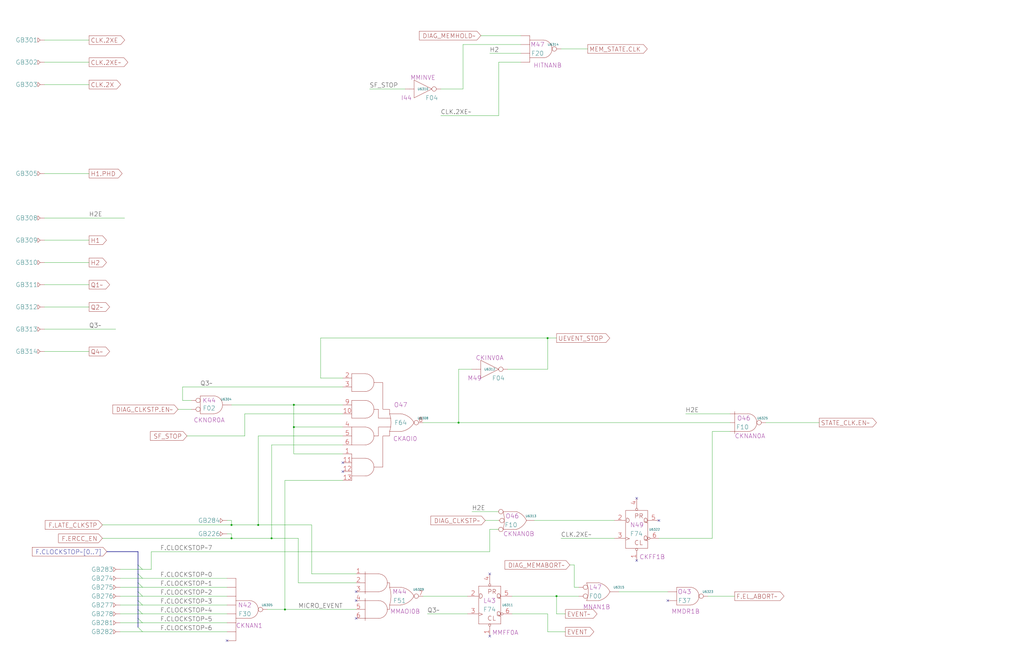
<source format=kicad_sch>
(kicad_sch (version 20230121) (generator eeschema)
  (paper "User" 584.2 378.46)
  (title_block (title "CLOCK GENERATION") (date "20-MAR-90") (rev "1.0") (comment 1 "FIU") (comment 2 "232-003065") (comment 3 "S400") (comment 4 "RELEASED"))
  (lib_symbols
    (symbol "r1000:F00" (pin_numbers hide) (pin_names hide)
      (property "Reference" "U" (at 15.24 0 0))
      (property "Value" "F00" (at 1.905 -5.08 0))
      (property "Location" "___" (at 1.905 0 0))
      (property "Name" "______" (at 2.54 -12.7 0))
      (symbol "F00_0_1"
        (polyline (pts (xy -2.54 -7.62) (xy 5.08 -7.62)) (stroke (width 0.1524)))
        (polyline (pts (xy -2.54 2.54) (xy -2.54 -7.62)) (stroke (width 0.1524)))
        (polyline (pts (xy -2.54 2.54) (xy 5.08 2.54)) (stroke (width 0.1524)))
        (arc (start 5.08 -7.62) (mid 10.1282 -2.54) (end 5.08 2.54) (stroke (width 0.1524)))
        (circle (center 11.43 -2.54) (radius 1.27) (stroke (width 0.1524)))
      )
      (symbol "F00_0_2"
        (circle (center -3.81 -5.08) (radius 1.27) (stroke (width 0.1524)))
        (circle (center -3.81 0) (radius 1.27) (stroke (width 0.1524)))
        (arc (start -3.175 -7.62) (mid -2.134 -2.54) (end -3.175 2.54) (stroke (width 0.1524)))
        (polyline (pts (xy -3.175 -7.62) (xy 3.81 -7.62)) (stroke (width 0.1524)))
        (polyline (pts (xy -3.175 2.54) (xy 3.81 2.54)) (stroke (width 0.1524)))
        (arc (start 3.81 -7.62) (mid 7.5855 -5.8306) (end 10.16 -2.54) (stroke (width 0.1524)))
        (arc (start 10.16 -2.54) (mid 7.5827 0.7471) (end 3.81 2.54) (stroke (width 0.1524)))
      )
      (symbol "F00_1_1"
        (pin input line (at -7.62 0 0) (length 5.08) (name "D0") (number "1"))
        (pin input line (at -7.62 -5.08 0) (length 5.08) (name "D1") (number "2"))
        (pin output line (at 15.24 -2.54 180) (length 2.54) (name "Q") (number "3"))
      )
      (symbol "F00_1_2"
        (pin input line (at -7.62 0 0) (length 2.54) (name "D0") (number "1"))
        (pin input line (at -7.62 -5.08 0) (length 2.54) (name "D1") (number "2"))
        (pin output line (at 15.24 -2.54 180) (length 5.08) (name "Q") (number "3"))
      )
    )
    (symbol "r1000:F02" (pin_numbers hide) (pin_names hide)
      (property "Reference" "U" (at 12.16 0.635 0))
      (property "Value" "F02" (at -1.27 -4.445 0))
      (property "Location" "___" (at 2.54 0 0))
      (property "Name" "______" (at 2.54 -12.7 0))
      (symbol "F02_0_1"
        (arc (start -3.81 -7.62) (mid -2.9847 -2.54) (end -3.81 2.54) (stroke (width 0.1524)))
        (polyline (pts (xy -5.08 -5.08) (xy -3.175 -5.08)) (stroke (width 0.1524)))
        (polyline (pts (xy -5.08 0) (xy -3.175 0)) (stroke (width 0.1524)))
        (polyline (pts (xy -3.81 -7.62) (xy 2.54 -7.62)) (stroke (width 0.1524)))
        (polyline (pts (xy -3.81 2.54) (xy 2.54 2.54)) (stroke (width 0.1524)))
        (polyline (pts (xy 13.97 -2.54) (xy 12.7 -2.54)) (stroke (width 0.1524)))
        (arc (start 2.54 -7.62) (mid 6.9515 -5.9823) (end 10.16 -2.54) (stroke (width 0.1524)))
        (arc (start 10.16 -2.54) (mid 6.9478 0.8966) (end 2.54 2.54) (stroke (width 0.1524)))
        (circle (center 11.43 -2.54) (radius 1.27) (stroke (width 0.1524)))
      )
      (symbol "F02_0_2"
        (circle (center -3.81 -5.08) (radius 1.27) (stroke (width 0.1524)))
        (circle (center -3.81 0) (radius 1.27) (stroke (width 0.1524)))
        (polyline (pts (xy -2.54 -7.62) (xy 5.08 -7.62)) (stroke (width 0.1524)))
        (polyline (pts (xy -2.54 2.54) (xy -2.54 -7.62)) (stroke (width 0.1524)))
        (polyline (pts (xy -2.54 2.54) (xy 5.08 2.54)) (stroke (width 0.1524)))
        (polyline (pts (xy 11.43 -2.54) (xy 10.16 -2.54)) (stroke (width 0.1524)))
        (polyline (pts (xy 11.43 -2.54) (xy 12.7 -2.54)) (stroke (width 0.1524)))
        (arc (start 5.08 -7.62) (mid 10.1282 -2.54) (end 5.08 2.54) (stroke (width 0.1524)))
      )
      (symbol "F02_1_1"
        (pin input line (at -7.62 0 0) (length 2.54) (name "D0") (number "1"))
        (pin input line (at -7.62 -5.08 0) (length 2.54) (name "D1") (number "2"))
        (pin output line (at 15.24 -2.54 180) (length 1.27) (name "Q") (number "3"))
      )
      (symbol "F02_1_2"
        (pin input line (at -7.62 0 0) (length 2.54) (name "D0") (number "1"))
        (pin input line (at -7.62 -5.08 0) (length 2.54) (name "D1") (number "2"))
        (pin output line (at 15.24 -2.54 180) (length 2.54) (name "Q") (number "3"))
      )
    )
    (symbol "r1000:F04" (pin_numbers hide) (pin_names hide)
      (property "Reference" "U" (at 0 0 0))
      (property "Value" "F04" (at 1.27 -5.08 0))
      (property "Location" "___" (at -12.7 -5.08 0))
      (property "Name" "______" (at 0 5.08 0))
      (symbol "F04_0_1"
        (polyline (pts (xy -7.62 0) (xy -5.08 0)) (stroke (width 0.1524)))
        (polyline (pts (xy -5.08 5.08) (xy -5.08 -5.08)) (stroke (width 0.1524)))
        (polyline (pts (xy 5.08 0) (xy -5.08 -5.08)) (stroke (width 0.1524)))
        (polyline (pts (xy 5.08 0) (xy -5.08 5.08)) (stroke (width 0.1524)))
        (circle (center 6.35 0) (radius 1.27) (stroke (width 0.1524)))
      )
      (symbol "F04_1_1"
        (pin input line (at -10.16 0 0) (length 2.54) (name "D0") (number "1"))
        (pin output line (at 10.16 0 180) (length 2.54) (name "Q") (number "2"))
      )
    )
    (symbol "r1000:F10" (pin_numbers hide) (pin_names hide)
      (property "Reference" "U" (at 13.335 0 0))
      (property "Value" "F10" (at 5.715 -5.08 0))
      (property "Location" "___" (at -1.27 0 0))
      (property "Name" "______" (at -2.54 -10.16 0))
      (symbol "F10_0_1"
        (polyline (pts (xy -2.54 -7.62) (xy 5.08 -7.62)) (stroke (width 0.1524)))
        (polyline (pts (xy -2.54 2.54) (xy 5.08 2.54)) (stroke (width 0.1524)))
        (polyline (pts (xy -2.54 3.81) (xy -2.54 -8.89)) (stroke (width 0.1524)))
        (arc (start 5.08 -7.62) (mid 10.1282 -2.54) (end 5.08 2.54) (stroke (width 0.1524)))
        (circle (center 11.43 -2.54) (radius 1.27) (stroke (width 0.1524)))
      )
      (symbol "F10_0_2"
        (circle (center -3.81 -7.62) (radius 1.27) (stroke (width 0.1524)))
        (circle (center -3.81 2.54) (radius 1.27) (stroke (width 0.1524)))
        (circle (center -3.175 -2.54) (radius 1.27) (stroke (width 0.1524)))
        (arc (start -2.54 -7.62) (mid -1.8195 -2.54) (end -2.54 2.54) (stroke (width 0.1524)))
        (polyline (pts (xy -4.445 -2.54) (xy -5.08 -2.54)) (stroke (width 0.1524)))
        (polyline (pts (xy -2.54 -7.62) (xy 5.08 -7.62)) (stroke (width 0.1524)))
        (polyline (pts (xy -2.54 2.54) (xy 5.08 2.54)) (stroke (width 0.1524)))
        (polyline (pts (xy 10.795 -2.54) (xy 12.7 -2.54)) (stroke (width 0.1524)))
        (arc (start 5.08 -7.62) (mid 8.4845 -5.6954) (end 10.795 -2.54) (stroke (width 0.1524)))
        (arc (start 10.795 -2.54) (mid 8.4807 0.6111) (end 5.08 2.54) (stroke (width 0.1524)))
      )
      (symbol "F10_1_1"
        (pin input line (at -5.08 2.54 0) (length 2.54) (name "D0") (number "1"))
        (pin input line (at -5.08 -2.54 0) (length 2.54) (name "D1") (number "2"))
        (pin input line (at -5.08 -7.62 0) (length 2.54) (name "D2") (number "3"))
        (pin output line (at 15.24 -2.54 180) (length 2.54) (name "Q") (number "4"))
      )
      (symbol "F10_1_2"
        (pin input line (at -5.08 2.54 0) (length 0) (name "D0") (number "1"))
        (pin input line (at -5.08 -2.54 0) (length 0) (name "D1") (number "2"))
        (pin input line (at -5.08 -7.62 0) (length 0) (name "D2") (number "3"))
        (pin output line (at 15.24 -2.54 180) (length 2.54) (name "Q") (number "4"))
      )
    )
    (symbol "r1000:F20" (pin_numbers hide) (pin_names hide)
      (property "Reference" "U" (at 8.255 2.54 0))
      (property "Value" "F20" (at -0.635 -2.54 0))
      (property "Location" "___" (at -0.635 2.54 0))
      (property "Name" "______" (at 5.08 -10.795 0))
      (symbol "F20_0_1"
        (polyline (pts (xy -5.08 -5.08) (xy -5.08 -7.62)) (stroke (width 0.1524)))
        (polyline (pts (xy -5.08 5.08) (xy -5.08 -5.08)) (stroke (width 0.1524)))
        (polyline (pts (xy -5.08 7.62) (xy -5.08 5.08)) (stroke (width 0.1524)))
        (polyline (pts (xy 2.54 -5.08) (xy -5.08 -5.08)) (stroke (width 0.1524)))
        (polyline (pts (xy 2.54 5.08) (xy -5.08 5.08)) (stroke (width 0.1524)))
        (arc (start 2.54 -5.08) (mid 7.5882 0) (end 2.54 5.08) (stroke (width 0.1524)))
        (circle (center 8.89 0) (radius 1.27) (stroke (width 0.1524)))
      )
      (symbol "F20_0_2"
        (circle (center -7.62 -7.62) (radius 1.27) (stroke (width 0.1524)))
        (circle (center -7.62 7.62) (radius 1.27) (stroke (width 0.1524)))
        (circle (center -6.985 -2.54) (radius 1.27) (stroke (width 0.1524)))
        (circle (center -6.985 2.54) (radius 1.27) (stroke (width 0.1524)))
        (arc (start -6.35 -7.62) (mid -5.3975 0) (end -6.35 7.62) (stroke (width 0.1524)))
        (polyline (pts (xy -5.715 -5.08) (xy 1.27 -5.08)) (stroke (width 0.1524)))
        (polyline (pts (xy -5.715 5.08) (xy 1.27 5.08)) (stroke (width 0.1524)))
        (arc (start 1.27 -5.08) (mid 5.0518 -3.2985) (end 7.62 0) (stroke (width 0.1524)))
        (arc (start 7.62 0) (mid 5.0518 3.2985) (end 1.27 5.08) (stroke (width 0.1524)))
      )
      (symbol "F20_1_1"
        (pin input line (at -10.16 7.62 0) (length 5.08) (name "D0") (number "1"))
        (pin input line (at -10.16 2.54 0) (length 5.08) (name "D1") (number "2"))
        (pin input line (at -10.16 -2.54 0) (length 5.08) (name "D2") (number "4"))
        (pin input line (at -10.16 -7.62 0) (length 5.08) (name "D3") (number "5"))
        (pin output line (at 12.7 0 180) (length 2.54) (name "Q") (number "6"))
      )
      (symbol "F20_1_2"
        (pin input line (at -10.16 7.62 0) (length 1.27) (name "D0") (number "1"))
        (pin input line (at -10.16 2.54 0) (length 1.905) (name "D1") (number "2"))
        (pin input line (at -10.16 -2.54 0) (length 1.905) (name "D2") (number "4"))
        (pin input line (at -10.16 -7.62 0) (length 1.27) (name "D3") (number "5"))
        (pin output line (at 12.7 0 180) (length 5.08) (name "Q") (number "6"))
      )
    )
    (symbol "r1000:F30" (pin_numbers hide) (pin_names hide)
      (property "Reference" "U" (at 15.24 2.54 0))
      (property "Value" "F30" (at 2.54 -2.54 0))
      (property "Location" "___" (at 2.54 2.54 0))
      (property "Name" "______" (at 5.08 -10.62 0))
      (symbol "F30_0_0"
        (polyline (pts (xy -2.54 -5.08) (xy 5.08 -5.08)) (stroke (width 0.1524)))
        (polyline (pts (xy -2.54 5.08) (xy 5.08 5.08)) (stroke (width 0.1524)))
        (arc (start 5.08 -5.08) (mid 8.6721 -3.5921) (end 10.16 0) (stroke (width 0.1524)))
        (arc (start 10.16 0) (mid 8.6721 3.5921) (end 5.08 5.08) (stroke (width 0.1524)))
        (circle (center 11.43 0) (radius 1.27) (stroke (width 0.1524)))
      )
      (symbol "F30_0_1"
        (polyline (pts (xy -2.54 -7.62) (xy -2.54 -17.78)) (stroke (width 0.1524)))
        (polyline (pts (xy -2.54 -5.08) (xy -2.54 -7.62)) (stroke (width 0.1524)))
        (polyline (pts (xy -2.54 5.08) (xy -2.54 -5.08)) (stroke (width 0.1524)))
        (polyline (pts (xy -2.54 7.62) (xy -2.54 5.08)) (stroke (width 0.1524)))
        (polyline (pts (xy -2.54 17.145) (xy -2.54 7.62)) (stroke (width 0.1524)))
        (polyline (pts (xy -2.54 17.78) (xy -2.54 17.145)) (stroke (width 0.1524)))
      )
      (symbol "F30_1_1"
        (pin input line (at -7.62 7.62 0) (length 5.08) (name "D2") (number "1"))
        (pin input line (at -7.62 17.78 0) (length 5.08) (name "D0") (number "11"))
        (pin input line (at -7.62 12.7 0) (length 5.08) (name "D1") (number "12"))
        (pin input line (at -7.62 2.54 0) (length 5.08) (name "D3") (number "2"))
        (pin input line (at -7.62 -2.54 0) (length 5.08) (name "D4") (number "3"))
        (pin input line (at -7.62 -7.62 0) (length 5.08) (name "D5") (number "4"))
        (pin input line (at -7.62 -12.7 0) (length 5.08) (name "D6") (number "5"))
        (pin input line (at -7.62 -17.78 0) (length 5.08) (name "D7") (number "6"))
        (pin output line (at 15.24 0 180) (length 2.54) (name "Q") (number "8"))
      )
    )
    (symbol "r1000:F37" (pin_numbers hide) (pin_names (offset 0) hide)
      (property "Reference" "U" (at 15.24 0 0))
      (property "Value" "F37" (at 1.905 -5.08 0))
      (property "Location" "___" (at 1.905 0 0))
      (property "Name" "______" (at 2.54 -12.7 0))
      (symbol "F37_0_1"
        (polyline (pts (xy -2.54 -7.62) (xy 5.08 -7.62)) (stroke (width 0.1524)))
        (polyline (pts (xy -2.54 2.54) (xy -2.54 -7.62)) (stroke (width 0.1524)))
        (polyline (pts (xy -2.54 2.54) (xy 5.08 2.54)) (stroke (width 0.1524)))
        (arc (start 5.08 -7.62) (mid 10.1282 -2.54) (end 5.08 2.54) (stroke (width 0.1524)))
        (circle (center 11.43 -2.54) (radius 1.27) (stroke (width 0.1524)))
      )
      (symbol "F37_0_2"
        (circle (center -3.81 -5.08) (radius 1.27) (stroke (width 0.1524)))
        (circle (center -3.81 0) (radius 1.27) (stroke (width 0.1524)))
        (arc (start -3.175 -7.62) (mid -2.134 -2.54) (end -3.175 2.54) (stroke (width 0.1524)))
        (polyline (pts (xy -3.175 -7.62) (xy 3.81 -7.62)) (stroke (width 0.1524)))
        (polyline (pts (xy -3.175 2.54) (xy 3.81 2.54)) (stroke (width 0.1524)))
        (arc (start 3.81 -7.62) (mid 7.5855 -5.8306) (end 10.16 -2.54) (stroke (width 0.1524)))
        (arc (start 10.16 -2.54) (mid 7.5827 0.7471) (end 3.81 2.54) (stroke (width 0.1524)))
      )
      (symbol "F37_1_1"
        (pin input line (at -7.62 0 0) (length 5.08) (name "D0") (number "1"))
        (pin input line (at -7.62 -5.08 0) (length 5.08) (name "D1") (number "2"))
        (pin output line (at 15.24 -2.54 180) (length 2.54) (name "Q") (number "3"))
      )
      (symbol "F37_1_2"
        (pin input line (at -7.62 0 0) (length 2.54) (name "D0") (number "1"))
        (pin input line (at -7.62 -5.08 0) (length 2.54) (name "D1") (number "2"))
        (pin output line (at 15.24 -2.54 180) (length 5.08) (name "Q") (number "3"))
      )
    )
    (symbol "r1000:F51" (pin_names hide)
      (property "Reference" "U" (at 12.7 1.27 0))
      (property "Value" "F51" (at 1.905 -5.08 0))
      (property "Location" "___" (at 1.905 0 0))
      (property "Name" "______" (at 5.08 -12.7 0))
      (symbol "F51_0_0"
        (arc (start -10.16 -15.24) (mid -6.5679 -13.7521) (end -5.08 -10.16) (stroke (width 0.1524)))
        (arc (start -10.16 0) (mid -6.5679 1.4879) (end -5.08 5.08) (stroke (width 0.1524)))
        (arc (start -5.08 -10.16) (mid -6.5679 -6.5679) (end -10.16 -5.08) (stroke (width 0.1524)))
        (arc (start -5.08 5.08) (mid -6.5679 8.6721) (end -10.16 10.16) (stroke (width 0.1524)))
        (arc (start -3.8173 -7.62) (mid -2.9926 -2.54) (end -3.8173 2.54) (stroke (width 0.1524)))
        (polyline (pts (xy -20.32 -15.24) (xy -17.78 -15.24)) (stroke (width 0.1524)))
        (polyline (pts (xy -20.32 -10.16) (xy -17.78 -10.16)) (stroke (width 0.1524)))
        (polyline (pts (xy -20.32 -5.08) (xy -17.78 -5.08)) (stroke (width 0.1524)))
        (polyline (pts (xy -20.32 0) (xy -17.78 0)) (stroke (width 0.1524)))
        (polyline (pts (xy -20.32 5.08) (xy -17.78 5.08)) (stroke (width 0.1524)))
        (polyline (pts (xy -20.32 10.16) (xy -17.78 10.16)) (stroke (width 0.1524)))
        (polyline (pts (xy -17.78 -3.81) (xy -17.78 -16.51)) (stroke (width 0.1524)))
        (polyline (pts (xy -17.78 11.43) (xy -17.78 -1.27)) (stroke (width 0.1524)))
        (polyline (pts (xy -10.16 -15.24) (xy -17.78 -15.24)) (stroke (width 0.1524)))
        (polyline (pts (xy -10.16 -5.08) (xy -17.78 -5.08)) (stroke (width 0.1524)))
        (polyline (pts (xy -10.16 0) (xy -17.78 0)) (stroke (width 0.1524)))
        (polyline (pts (xy -10.16 10.16) (xy -17.78 10.16)) (stroke (width 0.1524)))
        (polyline (pts (xy -3.81 -7.62) (xy 2.54 -7.62)) (stroke (width 0.1524)))
        (polyline (pts (xy -3.81 2.54) (xy 2.54 2.54)) (stroke (width 0.1524)))
        (polyline (pts (xy -5.08 -10.16) (xy -3.81 -10.16) (xy -3.81 -7.62)) (stroke (width 0.1524)))
        (polyline (pts (xy -5.08 5.08) (xy -3.81 5.08) (xy -3.81 2.54)) (stroke (width 0.1524)))
        (arc (start 2.54 -7.62) (mid 6.9504 -5.9805) (end 10.16 -2.54) (stroke (width 0.1524)))
        (arc (start 10.16 -2.54) (mid 6.9516 0.9024) (end 2.54 2.54) (stroke (width 0.1524)))
        (circle (center 11.43 -2.54) (radius 1.27) (stroke (width 0.1524)))
      )
      (symbol "F51_1_1"
        (pin input line (at -22.86 10.16 0) (length 2.54) (name "A1") (number "1"))
        (pin input line (at -22.86 5.08 0) (length 2.54) (name "A2") (number "2"))
        (pin input line (at -22.86 0 0) (length 2.54) (name "A3") (number "3"))
        (pin input line (at -22.86 -5.08 0) (length 2.54) (name "B1") (number "4"))
        (pin input line (at -22.86 -10.16 0) (length 2.54) (name "B2") (number "5"))
        (pin input line (at -22.86 -15.24 0) (length 2.54) (name "B3") (number "6"))
        (pin output line (at 15.24 -2.54 180) (length 2.54) (name "Q") (number "7"))
      )
    )
    (symbol "r1000:F64" (pin_names hide)
      (property "Reference" "U" (at 15.24 2.54 0))
      (property "Value" "F64" (at 2.54 0 0))
      (property "Location" "___" (at 2.54 10.16 0))
      (property "Name" "______" (at 5.08 -10.62 0))
      (symbol "F64_0_0"
        (arc (start -17.78 -30.48) (mid -14.1879 -28.9921) (end -12.7 -25.4) (stroke (width 0.1524)))
        (arc (start -17.78 -12.7) (mid -14.1879 -11.2121) (end -12.7 -7.62) (stroke (width 0.1524)))
        (arc (start -17.78 2.54) (mid -14.1879 4.0279) (end -12.7 7.62) (stroke (width 0.1524)))
        (arc (start -17.78 17.78) (mid -14.1879 19.2679) (end -12.7 22.86) (stroke (width 0.1524)))
        (arc (start -12.7 -25.4) (mid -14.1879 -21.8079) (end -17.78 -20.32) (stroke (width 0.1524)))
        (arc (start -12.7 -7.62) (mid -14.1879 -4.0279) (end -17.78 -2.54) (stroke (width 0.1524)))
        (arc (start -12.7 7.62) (mid -14.1879 11.2121) (end -17.78 12.7) (stroke (width 0.1524)))
        (arc (start -12.7 22.86) (mid -14.1879 26.4521) (end -17.78 27.94) (stroke (width 0.1524)))
        (arc (start -3.8173 -5.08) (mid -2.9926 0) (end -3.8173 5.08) (stroke (width 0.1524)))
        (polyline (pts (xy -25.4 -30.48) (xy -17.78 -30.48)) (stroke (width 0.1524)))
        (polyline (pts (xy -25.4 -20.32) (xy -17.78 -20.32)) (stroke (width 0.1524)))
        (polyline (pts (xy -25.4 -12.7) (xy -17.78 -12.7)) (stroke (width 0.1524)))
        (polyline (pts (xy -25.4 -2.54) (xy -17.78 -2.54)) (stroke (width 0.1524)))
        (polyline (pts (xy -25.4 2.54) (xy -17.78 2.54)) (stroke (width 0.1524)))
        (polyline (pts (xy -25.4 12.7) (xy -17.78 12.7)) (stroke (width 0.1524)))
        (polyline (pts (xy -25.4 17.78) (xy -17.78 17.78)) (stroke (width 0.1524)))
        (polyline (pts (xy -25.4 27.94) (xy -17.78 27.94)) (stroke (width 0.1524)))
        (polyline (pts (xy -3.81 -5.08) (xy 2.54 -5.08)) (stroke (width 0.1524)))
        (polyline (pts (xy -3.81 5.08) (xy 2.54 5.08)) (stroke (width 0.1524)))
        (arc (start 2.54 -5.08) (mid 6.9504 -3.4405) (end 10.16 0) (stroke (width 0.1524)))
        (arc (start 10.16 0) (mid 6.9516 3.4424) (end 2.54 5.08) (stroke (width 0.1524)))
        (circle (center 11.43 0) (radius 1.27) (stroke (width 0.1524)))
      )
      (symbol "F64_0_1"
        (polyline (pts (xy -25.4 -33.02) (xy -25.4 -30.48)) (stroke (width 0.1524)))
        (polyline (pts (xy -25.4 -20.32) (xy -25.4 -30.48)) (stroke (width 0.1524)))
        (polyline (pts (xy -25.4 -17.78) (xy -25.4 -20.32)) (stroke (width 0.1524)))
        (polyline (pts (xy -25.4 -2.54) (xy -25.4 -12.7)) (stroke (width 0.1524)))
        (polyline (pts (xy -25.4 12.7) (xy -25.4 2.54)) (stroke (width 0.1524)))
        (polyline (pts (xy -25.4 27.94) (xy -25.4 17.78)) (stroke (width 0.1524)))
        (polyline (pts (xy -12.7 -7.62) (xy -12.7 -7.62)) (stroke (width 0.1524)))
        (polyline (pts (xy -5.08 -2.54) (xy -3.175 -2.54)) (stroke (width 0.1524)))
        (polyline (pts (xy -5.08 2.54) (xy -3.175 2.54)) (stroke (width 0.1524)))
        (polyline (pts (xy -12.7 -7.62) (xy -10.16 -7.62) (xy -10.16 -2.54) (xy -5.08 -2.54)) (stroke (width 0.1524)))
        (polyline (pts (xy -12.7 7.62) (xy -10.16 7.62) (xy -10.16 2.54) (xy -5.08 2.54)) (stroke (width 0.1524)))
        (polyline (pts (xy -3.81 -5.08) (xy -3.81 -7.62) (xy -7.62 -7.62) (xy -7.62 -25.4) (xy -12.7 -25.4)) (stroke (width 0.1524)))
        (polyline (pts (xy -3.81 5.08) (xy -3.81 7.62) (xy -7.62 7.62) (xy -7.62 22.86) (xy -12.7 22.86)) (stroke (width 0.1524)))
      )
      (symbol "F64_1_1"
        (pin input line (at -30.48 -17.78 0) (length 5.08) (name "D0") (number "1"))
        (pin input line (at -30.48 5.08 0) (length 5.08) (name "B1") (number "10"))
        (pin input line (at -30.48 -22.86 0) (length 5.08) (name "D1") (number "11"))
        (pin input line (at -30.48 -27.94 0) (length 5.08) (name "D2") (number "12"))
        (pin input line (at -30.48 -33.02 0) (length 5.08) (name "D3") (number "13"))
        (pin input line (at -30.48 25.4 0) (length 5.08) (name "A0") (number "2"))
        (pin input line (at -30.48 20.32 0) (length 5.08) (name "A1") (number "3"))
        (pin input line (at -30.48 -2.54 0) (length 5.08) (name "C0") (number "4"))
        (pin input line (at -30.48 -7.62 0) (length 5.08) (name "C1") (number "5"))
        (pin input line (at -30.48 -12.7 0) (length 5.08) (name "C2") (number "6"))
        (pin output line (at 15.24 0 180) (length 2.54) (name "Q") (number "8"))
        (pin input line (at -30.48 10.16 0) (length 5.08) (name "B0") (number "9"))
      )
    )
    (symbol "r1000:F74" (pin_names (offset 1.016) hide)
      (property "Reference" "U" (at 12.7 -2.54 0))
      (property "Value" "F74" (at -1.27 -5.08 0))
      (property "Location" "___" (at -1.27 0 0))
      (property "Name" "______" (at 11.43 -19.685 0))
      (symbol "F74_0_1"
        (rectangle (start -3.81 8.255) (end 8.89 -13.335) (stroke (width 0.1524)))
        (polyline (pts (xy 2.54 -15.24) (xy 2.54 -14.605)) (stroke (width 0.1524)))
        (polyline (pts (xy 2.54 10.16) (xy 2.54 9.525)) (stroke (width 0.1524)))
      )
      (symbol "F74_1_1"
        (circle (center 2.54 -13.97) (radius 0.635))
        (circle (center 2.54 8.89) (radius 0.635))
        (circle (center 9.525 -7.62) (radius 0.635))
        (text ">" (at -2.54 -7.62 0) (effects (font (size 2.54 2.54))))
        (text "C" (at 2.54 -10.16 0) (effects (font (size 2.54 2.54))))
        (text "D" (at -2.54 2.54 0) (effects (font (size 2.54 2.54))))
        (text "L" (at 5.08 -10.16 0) (effects (font (size 2.54 2.54))))
        (text "P" (at 2.54 5.08 0) (effects (font (size 2.54 2.54))))
        (text "Q" (at 7.62 -7.62 0) (effects (font (size 2.54 2.54))))
        (text "Q" (at 7.62 2.54 0) (effects (font (size 2.54 2.54))))
        (text "R" (at 5.08 5.08 0) (effects (font (size 2.54 2.54))))
        (pin input line (at 2.54 -20.32 90) (length 5.08) (name "CL_") (number "1"))
        (pin input line (at -10.16 2.54 0) (length 6.35) (name "D") (number "2"))
        (pin input line (at -10.16 -7.62 0) (length 6.35) (name "CLK") (number "3"))
        (pin input line (at 2.54 15.24 270) (length 5.08) (name "PR_") (number "4"))
        (pin output line (at 15.24 2.54 180) (length 6.35) (name "Q") (number "5"))
        (pin output line (at 15.24 -7.62 180) (length 5.08) (name "Q_") (number "6"))
      )
    )
    (symbol "r1000:GB" (pin_numbers hide) (pin_names (offset 0) hide)
      (property "Reference" "GB" (at 3.81 0 0))
      (symbol "GB_0_1"
        (polyline (pts (xy 2.54 0) (xy 3.81 1.27) (xy 3.81 -1.27) (xy 2.54 0)) (stroke (width 0.1524)))
      )
      (symbol "GB_1_1"
        (pin bidirectional line (at 0 0 0) (length 2.54) (name "") (number "1"))
      )
    )
  )
  (junction (at 167.64 243.84))
  (junction (at 147.32 299.72))
  (junction (at 132.08 307.34))
  (junction (at 317.5 340.36))
  (junction (at 312.42 193.04))
  (junction (at 167.64 231.14))
  (junction (at 162.56 347.98))
  (junction (at 261.62 241.3))
  (junction (at 154.94 307.34))
  (junction (at 132.08 299.72))
  (no_connect (at 195.58 264.16))
  (no_connect (at 195.58 269.24))
  (no_connect (at 203.2 342.9))
  (no_connect (at 203.2 353.06))
  (no_connect (at 279.4 363.22))
  (no_connect (at 203.2 337.82))
  (no_connect (at 363.22 284.48))
  (no_connect (at 279.4 327.66))
  (no_connect (at 129.54 365.76))
  (no_connect (at 381 342.9))
  (no_connect (at 363.22 320.04))
  (no_connect (at 375.92 297.18))
  (bus_entry (at 78.74 353.06) (size 2.54 2.54))
  (bus_entry (at 78.74 322.58) (size 2.54 2.54))
  (bus_entry (at 78.74 337.82) (size 2.54 2.54))
  (bus_entry (at 78.74 347.98) (size 2.54 2.54))
  (bus_entry (at 78.74 342.9) (size 2.54 2.54))
  (bus_entry (at 78.74 332.74) (size 2.54 2.54))
  (bus_entry (at 78.74 327.66) (size 2.54 2.54))
  (bus_entry (at 78.74 358.14) (size 2.54 2.54))
  (bus (pts (xy 60.96 314.96) (xy 78.74 314.96)))
  (wire (pts (xy 81.28 330.2) (xy 129.54 330.2)))
  (wire (pts (xy 147.32 248.92) (xy 147.32 299.72)))
  (wire (pts (xy 177.8 299.72) (xy 147.32 299.72)))
  (wire (pts (xy 81.28 350.52) (xy 129.54 350.52)))
  (wire (pts (xy 325.12 322.58) (xy 327.66 322.58)))
  (wire (pts (xy 289.56 210.82) (xy 312.42 210.82)))
  (wire (pts (xy 167.64 243.84) (xy 167.64 231.14)))
  (wire (pts (xy 25.4 35.56) (xy 50.8 35.56)))
  (wire (pts (xy 154.94 307.34) (xy 132.08 307.34)))
  (wire (pts (xy 68.58 345.44) (xy 81.28 345.44)))
  (wire (pts (xy 327.66 335.28) (xy 327.66 322.58)))
  (wire (pts (xy 182.88 193.04) (xy 312.42 193.04)))
  (wire (pts (xy 195.58 236.22) (xy 139.7 236.22)))
  (wire (pts (xy 154.94 254) (xy 154.94 307.34)))
  (wire (pts (xy 353.06 337.82) (xy 381 337.82)))
  (wire (pts (xy 203.2 332.74) (xy 170.18 332.74)))
  (wire (pts (xy 129.54 297.18) (xy 132.08 297.18)))
  (wire (pts (xy 86.36 314.96) (xy 279.4 314.96)))
  (wire (pts (xy 101.6 233.68) (xy 109.22 233.68)))
  (wire (pts (xy 406.4 246.38) (xy 416.56 246.38)))
  (wire (pts (xy 68.58 355.6) (xy 81.28 355.6)))
  (wire (pts (xy 391.16 236.22) (xy 416.56 236.22)))
  (wire (pts (xy 25.4 99.06) (xy 50.8 99.06)))
  (wire (pts (xy 195.58 215.9) (xy 182.88 215.9)))
  (wire (pts (xy 195.58 274.32) (xy 162.56 274.32)))
  (wire (pts (xy 81.28 355.6) (xy 129.54 355.6)))
  (wire (pts (xy 25.4 187.96) (xy 66.04 187.96)))
  (wire (pts (xy 81.28 340.36) (xy 129.54 340.36)))
  (wire (pts (xy 177.8 327.66) (xy 177.8 299.72)))
  (wire (pts (xy 276.86 297.18) (xy 284.48 297.18)))
  (wire (pts (xy 274.32 20.32) (xy 297.18 20.32)))
  (wire (pts (xy 162.56 347.98) (xy 152.4 347.98)))
  (wire (pts (xy 170.18 307.34) (xy 154.94 307.34)))
  (wire (pts (xy 292.1 350.52) (xy 312.42 350.52)))
  (wire (pts (xy 261.62 210.82) (xy 269.24 210.82)))
  (wire (pts (xy 261.62 241.3) (xy 416.56 241.3)))
  (bus (pts (xy 78.74 322.58) (xy 78.74 327.66)))
  (wire (pts (xy 162.56 274.32) (xy 162.56 347.98)))
  (wire (pts (xy 25.4 162.56) (xy 50.8 162.56)))
  (wire (pts (xy 279.4 30.48) (xy 297.18 30.48)))
  (wire (pts (xy 132.08 299.72) (xy 58.42 299.72)))
  (wire (pts (xy 167.64 243.84) (xy 195.58 243.84)))
  (wire (pts (xy 304.8 297.18) (xy 350.52 297.18)))
  (wire (pts (xy 203.2 347.98) (xy 162.56 347.98)))
  (bus (pts (xy 78.74 337.82) (xy 78.74 342.9)))
  (bus (pts (xy 78.74 353.06) (xy 78.74 358.14)))
  (wire (pts (xy 68.58 340.36) (xy 81.28 340.36)))
  (wire (pts (xy 139.7 236.22) (xy 139.7 248.92)))
  (wire (pts (xy 68.58 360.68) (xy 81.28 360.68)))
  (wire (pts (xy 406.4 307.34) (xy 406.4 246.38)))
  (wire (pts (xy 25.4 137.16) (xy 50.8 137.16)))
  (bus (pts (xy 78.74 314.96) (xy 78.74 322.58)))
  (wire (pts (xy 327.66 335.28) (xy 330.2 335.28)))
  (wire (pts (xy 25.4 149.86) (xy 50.8 149.86)))
  (wire (pts (xy 195.58 248.92) (xy 147.32 248.92)))
  (bus (pts (xy 78.74 342.9) (xy 78.74 347.98)))
  (wire (pts (xy 203.2 327.66) (xy 177.8 327.66)))
  (wire (pts (xy 167.64 259.08) (xy 167.64 243.84)))
  (wire (pts (xy 195.58 254) (xy 154.94 254)))
  (wire (pts (xy 81.28 325.12) (xy 86.36 325.12)))
  (wire (pts (xy 322.58 350.52) (xy 317.5 350.52)))
  (wire (pts (xy 25.4 200.66) (xy 50.8 200.66)))
  (wire (pts (xy 81.28 345.44) (xy 129.54 345.44)))
  (wire (pts (xy 182.88 215.9) (xy 182.88 193.04)))
  (wire (pts (xy 284.48 35.56) (xy 284.48 66.04)))
  (bus (pts (xy 78.74 347.98) (xy 78.74 353.06)))
  (wire (pts (xy 292.1 340.36) (xy 317.5 340.36)))
  (wire (pts (xy 167.64 231.14) (xy 195.58 231.14)))
  (wire (pts (xy 312.42 360.68) (xy 322.58 360.68)))
  (wire (pts (xy 109.22 228.6) (xy 104.14 228.6)))
  (wire (pts (xy 279.4 302.26) (xy 284.48 302.26)))
  (wire (pts (xy 241.3 241.3) (xy 261.62 241.3)))
  (wire (pts (xy 317.5 350.52) (xy 317.5 340.36)))
  (wire (pts (xy 297.18 35.56) (xy 284.48 35.56)))
  (wire (pts (xy 68.58 325.12) (xy 81.28 325.12)))
  (wire (pts (xy 320.04 307.34) (xy 350.52 307.34)))
  (wire (pts (xy 312.42 193.04) (xy 317.5 193.04)))
  (wire (pts (xy 129.54 304.8) (xy 132.08 304.8)))
  (wire (pts (xy 68.58 335.28) (xy 81.28 335.28)))
  (wire (pts (xy 297.18 25.4) (xy 264.16 25.4)))
  (wire (pts (xy 25.4 124.46) (xy 71.12 124.46)))
  (wire (pts (xy 132.08 297.18) (xy 132.08 299.72)))
  (wire (pts (xy 132.08 307.34) (xy 58.42 307.34)))
  (wire (pts (xy 132.08 304.8) (xy 132.08 307.34)))
  (wire (pts (xy 81.28 360.68) (xy 129.54 360.68)))
  (wire (pts (xy 68.58 330.2) (xy 81.28 330.2)))
  (bus (pts (xy 78.74 327.66) (xy 78.74 332.74)))
  (wire (pts (xy 241.3 340.36) (xy 266.7 340.36)))
  (wire (pts (xy 375.92 307.34) (xy 406.4 307.34)))
  (wire (pts (xy 264.16 25.4) (xy 264.16 50.8)))
  (wire (pts (xy 243.84 350.52) (xy 266.7 350.52)))
  (wire (pts (xy 147.32 299.72) (xy 132.08 299.72)))
  (wire (pts (xy 25.4 22.86) (xy 50.8 22.86)))
  (wire (pts (xy 264.16 50.8) (xy 251.46 50.8)))
  (wire (pts (xy 269.24 292.1) (xy 284.48 292.1)))
  (wire (pts (xy 317.5 340.36) (xy 330.2 340.36)))
  (wire (pts (xy 195.58 259.08) (xy 167.64 259.08)))
  (wire (pts (xy 320.04 27.94) (xy 335.28 27.94)))
  (wire (pts (xy 312.42 350.52) (xy 312.42 360.68)))
  (wire (pts (xy 312.42 210.82) (xy 312.42 193.04)))
  (wire (pts (xy 436.88 241.3) (xy 467.36 241.3)))
  (wire (pts (xy 139.7 248.92) (xy 106.68 248.92)))
  (wire (pts (xy 279.4 314.96) (xy 279.4 302.26)))
  (wire (pts (xy 210.82 50.8) (xy 231.14 50.8)))
  (wire (pts (xy 170.18 332.74) (xy 170.18 307.34)))
  (wire (pts (xy 68.58 350.52) (xy 81.28 350.52)))
  (wire (pts (xy 132.08 231.14) (xy 167.64 231.14)))
  (bus (pts (xy 78.74 332.74) (xy 78.74 337.82)))
  (wire (pts (xy 104.14 220.98) (xy 195.58 220.98)))
  (wire (pts (xy 81.28 335.28) (xy 129.54 335.28)))
  (wire (pts (xy 403.86 340.36) (xy 419.1 340.36)))
  (wire (pts (xy 251.46 66.04) (xy 284.48 66.04)))
  (wire (pts (xy 86.36 325.12) (xy 86.36 314.96)))
  (wire (pts (xy 25.4 175.26) (xy 50.8 175.26)))
  (wire (pts (xy 104.14 228.6) (xy 104.14 220.98)))
  (wire (pts (xy 261.62 241.3) (xy 261.62 210.82)))
  (wire (pts (xy 25.4 48.26) (xy 50.8 48.26)))
  (label "F.CLOCKSTOP~4" (at 91.44 350.52 0) (effects (font (size 2.54 2.54))))
  (label "F.CLOCKSTOP~5" (at 91.44 355.6 0) (effects (font (size 2.54 2.54))))
  (label "F.CLOCKSTOP~2" (at 91.44 340.36 0) (effects (font (size 2.54 2.54))))
  (label "F.CLOCKSTOP~6" (at 91.44 360.68 0) (effects (font (size 2.54 2.54))))
  (label "H2E" (at 50.8 124.46 0) (effects (font (size 2.54 2.54))))
  (label "F.CLOCKSTOP~3" (at 91.44 345.44 0) (effects (font (size 2.54 2.54))))
  (label "CLK.2XE~" (at 320.04 307.34 0) (effects (font (size 2.54 2.54))))
  (label "Q3~" (at 50.8 187.96 0) (effects (font (size 2.54 2.54))))
  (label "CLK.2XE~" (at 251.46 66.04 0) (effects (font (size 2.54 2.54))))
  (label "H2E" (at 269.24 292.1 0) (effects (font (size 2.54 2.54))))
  (label "F.CLOCKSTOP~1" (at 91.44 335.28 0) (effects (font (size 2.54 2.54))))
  (label "MICRO_EVENT" (at 170.18 347.98 0) (effects (font (size 2.54 2.54))))
  (label "Q3~" (at 243.84 350.52 0) (effects (font (size 2.54 2.54))))
  (label "SF_STOP" (at 210.82 50.8 0) (effects (font (size 2.54 2.54))))
  (label "H2" (at 279.4 30.48 0) (effects (font (size 2.54 2.54))))
  (label "F.CLOCKSTOP~7" (at 91.44 314.96 0) (effects (font (size 2.54 2.54))))
  (label "H2E" (at 391.16 236.22 0) (effects (font (size 2.54 2.54))))
  (label "Q3~" (at 114.3 220.98 0) (effects (font (size 2.54 2.54))))
  (label "F.CLOCKSTOP~0" (at 91.44 330.2 0) (effects (font (size 2.54 2.54))))
  (global_label "H2" (shape output) (at 50.8 149.86 0) (effects (font (size 2.54 2.54))) (property "Intersheetrefs" "${INTERSHEET_REFS}" (at 60.5155 149.7013 0) (effects (font (size 1.905 1.905)) (justify left))))
  (global_label "CLK.2XE~" (shape output) (at 50.8 35.56 0) (effects (font (size 2.54 2.54))) (property "Intersheetrefs" "${INTERSHEET_REFS}" (at 73.589 35.56 0) (effects (font (size 1.905 1.905)) (justify left))))
  (global_label "DIAG_CLKSTP.EN~" (shape input) (at 101.6 233.68 180) (effects (font (size 2.54 2.54))) (property "Intersheetrefs" "${INTERSHEET_REFS}" (at 64.5493 233.5213 0) (effects (font (size 1.905 1.905)) (justify right))))
  (global_label "CLK.2XE" (shape output) (at 50.8 22.86 0) (effects (font (size 2.54 2.54))) (property "Intersheetrefs" "${INTERSHEET_REFS}" (at 71.7747 22.86 0) (effects (font (size 1.905 1.905)) (justify left))))
  (global_label "DIAG_MEMHOLD~" (shape input) (at 274.32 20.32 180) (effects (font (size 2.54 2.54))) (property "Intersheetrefs" "${INTERSHEET_REFS}" (at 239.4464 20.1613 0) (effects (font (size 1.905 1.905)) (justify right))))
  (global_label "Q1~" (shape output) (at 50.8 162.56 0) (effects (font (size 2.54 2.54))) (property "Intersheetrefs" "${INTERSHEET_REFS}" (at 63.5048 162.56 0) (effects (font (size 1.905 1.905)) (justify left))))
  (global_label "F.CLOCKSTOP~[0..7]" (shape input) (at 60.96 314.96 180) (effects (font (size 2.54 2.54))) (property "Intersheetrefs" "${INTERSHEET_REFS}" (at 18.5874 314.8013 0) (effects (font (size 1.905 1.905)) (justify right))))
  (global_label "DIAG_CLKSTP~" (shape input) (at 276.86 297.18 180) (effects (font (size 2.54 2.54))) (property "Intersheetrefs" "${INTERSHEET_REFS}" (at 245.9778 297.0213 0) (effects (font (size 1.905 1.905)) (justify right))))
  (global_label "CLK.2X" (shape output) (at 50.8 48.26 0) (effects (font (size 2.54 2.54))) (property "Intersheetrefs" "${INTERSHEET_REFS}" (at 69.4766 48.26 0) (effects (font (size 1.905 1.905)) (justify left))))
  (global_label "STATE_CLK.EN~" (shape output) (at 467.36 241.3 0) (effects (font (size 2.54 2.54))) (property "Intersheetrefs" "${INTERSHEET_REFS}" (at 499.8145 241.1413 0) (effects (font (size 1.905 1.905)) (justify left))))
  (global_label "F.LATE_CLKSTP" (shape input) (at 58.42 299.72 180) (effects (font (size 2.54 2.54))) (property "Intersheetrefs" "${INTERSHEET_REFS}" (at 25.9655 299.5613 0) (effects (font (size 1.905 1.905)) (justify right))))
  (global_label "UEVENT_STOP" (shape output) (at 317.5 193.04 0) (effects (font (size 2.54 2.54))) (property "Intersheetrefs" "${INTERSHEET_REFS}" (at 347.6565 192.8813 0) (effects (font (size 1.905 1.905)) (justify left))))
  (global_label "F.EL_ABORT~" (shape output) (at 419.1 340.36 0) (effects (font (size 2.54 2.54))) (property "Intersheetrefs" "${INTERSHEET_REFS}" (at 447.0793 340.2013 0) (effects (font (size 1.905 1.905)) (justify left))))
  (global_label "MEM_STATE.CLK" (shape output) (at 335.28 27.94 0) (effects (font (size 2.54 2.54))) (property "Intersheetrefs" "${INTERSHEET_REFS}" (at 369.065 27.7813 0) (effects (font (size 1.905 1.905)) (justify left))))
  (global_label "F.ERCC_EN" (shape input) (at 58.42 307.34 180) (effects (font (size 2.54 2.54))) (property "Intersheetrefs" "${INTERSHEET_REFS}" (at 33.5855 307.1813 0) (effects (font (size 1.905 1.905)) (justify right))))
  (global_label "EVENT" (shape output) (at 322.58 360.68 0) (effects (font (size 2.54 2.54))) (property "Intersheetrefs" "${INTERSHEET_REFS}" (at 338.585 360.5213 0) (effects (font (size 1.905 1.905)) (justify left))))
  (global_label "DIAG_MEMABORT~" (shape input) (at 325.12 322.58 180) (effects (font (size 2.54 2.54))) (property "Intersheetrefs" "${INTERSHEET_REFS}" (at 288.3112 322.4213 0) (effects (font (size 1.905 1.905)) (justify right))))
  (global_label "Q2~" (shape output) (at 50.8 175.26 0) (effects (font (size 2.54 2.54))) (property "Intersheetrefs" "${INTERSHEET_REFS}" (at 62.3298 175.1013 0) (effects (font (size 1.905 1.905)) (justify left))))
  (global_label "EVENT~" (shape output) (at 322.58 350.52 0) (effects (font (size 2.54 2.54))) (property "Intersheetrefs" "${INTERSHEET_REFS}" (at 340.3993 350.3613 0) (effects (font (size 1.905 1.905)) (justify left))))
  (global_label "H1.PHD" (shape output) (at 50.8 99.06 0) (effects (font (size 2.54 2.54))) (property "Intersheetrefs" "${INTERSHEET_REFS}" (at 69.466 98.9013 0) (effects (font (size 1.905 1.905)) (justify left))))
  (global_label "SF_STOP" (shape input) (at 106.68 248.92 180) (effects (font (size 2.54 2.54))) (property "Intersheetrefs" "${INTERSHEET_REFS}" (at 85.9578 248.7613 0) (effects (font (size 1.905 1.905)) (justify right))))
  (global_label "H1" (shape output) (at 50.8 137.16 0) (effects (font (size 2.54 2.54))) (property "Intersheetrefs" "${INTERSHEET_REFS}" (at 60.5155 137.0013 0) (effects (font (size 1.905 1.905)) (justify left))))
  (global_label "Q4~" (shape output) (at 50.8 200.66 0) (effects (font (size 2.54 2.54))) (property "Intersheetrefs" "${INTERSHEET_REFS}" (at 62.3298 200.5013 0) (effects (font (size 1.905 1.905)) (justify left))))
  (symbol (lib_id "r1000:F04") (at 279.4 210.82 0) (unit 1)
    (property "Reference" "U6312" (at 279.4 210.82 0))
    (property "Value" "F04" (at 280.67 215.9 0) (effects (font (size 2.54 2.54)) (justify left)))
    (property "Location" "M49" (at 266.7 215.9 0) (effects (font (size 2.54 2.54)) (justify left)))
    (property "Name" "CKINV0A" (at 279.4 205.74 0) (effects (font (size 2.54 2.54)) (justify bottom)))
  )
  (symbol (lib_id "r1000:F37") (at 388.62 337.82 0) (unit 1)
    (property "Reference" "U6323" (at 403.86 337.82 0))
    (property "Value" "F37" (at 390.525 342.9 0) (effects (font (size 2.54 2.54))))
    (property "Location" "O43" (at 390.525 337.82 0) (effects (font (size 2.54 2.54))))
    (property "Name" "MMDR1B" (at 391.16 350.52 0) (effects (font (size 2.54 2.54)) (justify bottom)))
  )
  (symbol (lib_id "r1000:GB") (at 129.54 297.18 0) (mirror y) (unit 1)
    (property "Reference" "GB284" (at 125.73 297.18 0) (effects (font (size 2.54 2.54)) (justify left)))
    (property "Value" "GB" (effects hide))
  )
  (symbol (lib_id "r1000:F64") (at 226.06 241.3 0) (unit 1)
    (property "Reference" "U6308" (at 241.3 238.76 0))
    (property "Value" "F64" (at 228.6 241.3 0) (effects (font (size 2.54 2.54))))
    (property "Location" "O47" (at 228.6 231.14 0) (effects (font (size 2.54 2.54))))
    (property "Name" "CKAOI0" (at 231.14 251.92 0) (effects (font (size 2.54 2.54)) (justify bottom)))
  )
  (symbol (lib_id "r1000:GB") (at 68.58 325.12 0) (mirror y) (unit 1)
    (property "Reference" "GB283" (at 64.77 325.12 0) (effects (font (size 2.54 2.54)) (justify left)))
    (property "Value" "GB" (effects hide))
  )
  (symbol (lib_id "r1000:GB") (at 129.54 304.8 0) (mirror y) (unit 1)
    (property "Reference" "GB226" (at 125.73 304.8 0) (effects (font (size 2.54 2.54)) (justify left)))
    (property "Value" "GB" (effects hide))
  )
  (symbol (lib_id "r1000:F10") (at 289.56 294.64 0) (unit 1) (convert 2)
    (property "Reference" "U6313" (at 302.895 294.64 0))
    (property "Value" "F10" (at 295.275 299.72 0) (effects (font (size 2.54 2.54)) (justify right)))
    (property "Location" "O46" (at 288.29 294.64 0) (effects (font (size 2.54 2.54)) (justify left)))
    (property "Name" "CKNAN0B" (at 287.02 304.8 0) (effects (font (size 2.54 2.54)) (justify left)))
  )
  (symbol (lib_id "r1000:GB") (at 25.4 187.96 0) (mirror y) (unit 1)
    (property "Reference" "GB313" (at 21.59 187.96 0) (effects (font (size 2.54 2.54)) (justify left)))
    (property "Value" "GB" (effects hide))
  )
  (symbol (lib_id "r1000:GB") (at 25.4 22.86 0) (mirror y) (unit 1)
    (property "Reference" "GB301" (at 21.59 22.86 0) (effects (font (size 2.54 2.54)) (justify left)))
    (property "Value" "GB" (effects hide))
  )
  (symbol (lib_id "r1000:GB") (at 68.58 330.2 0) (mirror y) (unit 1)
    (property "Reference" "GB274" (at 64.77 330.2 0) (effects (font (size 2.54 2.54)) (justify left)))
    (property "Value" "GB" (effects hide))
  )
  (symbol (lib_id "r1000:GB") (at 25.4 162.56 0) (mirror y) (unit 1)
    (property "Reference" "GB311" (at 21.59 162.56 0) (effects (font (size 2.54 2.54)) (justify left)))
    (property "Value" "GB" (effects hide))
  )
  (symbol (lib_id "r1000:GB") (at 25.4 137.16 0) (mirror y) (unit 1)
    (property "Reference" "GB309" (at 21.59 137.16 0) (effects (font (size 2.54 2.54)) (justify left)))
    (property "Value" "GB" (effects hide))
  )
  (symbol (lib_id "r1000:GB") (at 68.58 355.6 0) (mirror y) (unit 1)
    (property "Reference" "GB281" (at 64.77 355.6 0) (effects (font (size 2.54 2.54)) (justify left)))
    (property "Value" "GB" (effects hide))
  )
  (symbol (lib_id "r1000:GB") (at 68.58 345.44 0) (mirror y) (unit 1)
    (property "Reference" "GB277" (at 64.77 345.44 0) (effects (font (size 2.54 2.54)) (justify left)))
    (property "Value" "GB" (effects hide))
  )
  (symbol (lib_id "r1000:GB") (at 25.4 149.86 0) (mirror y) (unit 1)
    (property "Reference" "GB310" (at 21.59 149.86 0) (effects (font (size 2.54 2.54)) (justify left)))
    (property "Value" "GB" (effects hide))
  )
  (symbol (lib_id "r1000:GB") (at 25.4 99.06 0) (mirror y) (unit 1)
    (property "Reference" "GB305" (at 21.59 99.06 0) (effects (font (size 2.54 2.54)) (justify left)))
    (property "Value" "GB" (effects hide))
  )
  (symbol (lib_id "r1000:GB") (at 68.58 350.52 0) (mirror y) (unit 1)
    (property "Reference" "GB278" (at 64.77 350.52 0) (effects (font (size 2.54 2.54)) (justify left)))
    (property "Value" "GB" (effects hide))
  )
  (symbol (lib_id "r1000:F30") (at 137.16 347.98 0) (unit 1)
    (property "Reference" "U6305" (at 152.4 345.44 0))
    (property "Value" "F30" (at 139.7 350.52 0) (effects (font (size 2.54 2.54))))
    (property "Location" "N42" (at 139.7 345.44 0) (effects (font (size 2.54 2.54))))
    (property "Name" "CKNAN1" (at 142.24 358.6 0) (effects (font (size 2.54 2.54)) (justify bottom)))
  )
  (symbol (lib_id "r1000:F74") (at 360.68 299.72 0) (unit 1)
    (property "Reference" "U6322" (at 373.38 302.26 0))
    (property "Value" "F74" (at 359.41 304.8 0) (effects (font (size 2.54 2.54)) (justify left)))
    (property "Location" "N49" (at 359.41 299.72 0) (effects (font (size 2.54 2.54)) (justify left)))
    (property "Name" "CKFF1B" (at 372.11 319.405 0) (effects (font (size 2.54 2.54)) (justify bottom)))
  )
  (symbol (lib_id "r1000:F10") (at 421.64 238.76 0) (unit 1)
    (property "Reference" "U6325" (at 434.975 238.76 0))
    (property "Value" "F10" (at 427.355 243.84 0) (effects (font (size 2.54 2.54)) (justify right)))
    (property "Location" "O46" (at 420.37 238.76 0) (effects (font (size 2.54 2.54)) (justify left)))
    (property "Name" "CKNAN0A" (at 419.1 248.92 0) (effects (font (size 2.54 2.54)) (justify left)))
  )
  (symbol (lib_id "r1000:GB") (at 25.4 35.56 0) (mirror y) (unit 1)
    (property "Reference" "GB302" (at 21.59 35.56 0) (effects (font (size 2.54 2.54)) (justify left)))
    (property "Value" "GB" (effects hide))
  )
  (symbol (lib_id "r1000:F51") (at 226.06 337.82 0) (unit 1)
    (property "Reference" "U6309" (at 238.76 336.55 0))
    (property "Value" "F51" (at 227.965 342.9 0) (effects (font (size 2.54 2.54))))
    (property "Location" "M44" (at 227.965 337.82 0) (effects (font (size 2.54 2.54))))
    (property "Name" "MMAOI0B" (at 231.14 350.52 0) (effects (font (size 2.54 2.54)) (justify bottom)))
  )
  (symbol (lib_id "r1000:GB") (at 68.58 360.68 0) (mirror y) (unit 1)
    (property "Reference" "GB282" (at 64.77 360.68 0) (effects (font (size 2.54 2.54)) (justify left)))
    (property "Value" "GB" (effects hide))
  )
  (symbol (lib_id "r1000:GB") (at 68.58 340.36 0) (mirror y) (unit 1)
    (property "Reference" "GB276" (at 64.77 340.36 0) (effects (font (size 2.54 2.54)) (justify left)))
    (property "Value" "GB" (effects hide))
  )
  (symbol (lib_id "r1000:F20") (at 307.34 27.94 0) (unit 1)
    (property "Reference" "U6314" (at 315.595 25.4 0))
    (property "Value" "F20" (at 306.705 30.48 0) (effects (font (size 2.54 2.54))))
    (property "Location" "M47" (at 306.705 25.4 0) (effects (font (size 2.54 2.54))))
    (property "Name" "HITNANB" (at 312.42 38.735 0) (effects (font (size 2.54 2.54)) (justify bottom)))
  )
  (symbol (lib_id "r1000:F74") (at 276.86 342.9 0) (unit 1)
    (property "Reference" "U6311" (at 289.56 345.44 0))
    (property "Value" "F74" (at 275.59 347.98 0) (effects (font (size 2.54 2.54)) (justify left)))
    (property "Location" "L43" (at 275.59 342.9 0) (effects (font (size 2.54 2.54)) (justify left)))
    (property "Name" "MMFF0A" (at 288.29 362.585 0) (effects (font (size 2.54 2.54)) (justify bottom)))
  )
  (symbol (lib_id "r1000:GB") (at 25.4 175.26 0) (mirror y) (unit 1)
    (property "Reference" "GB312" (at 21.59 175.26 0) (effects (font (size 2.54 2.54)) (justify left)))
    (property "Value" "GB" (effects hide))
  )
  (symbol (lib_id "r1000:GB") (at 25.4 124.46 0) (mirror y) (unit 1)
    (property "Reference" "GB308" (at 21.59 124.46 0) (effects (font (size 2.54 2.54)) (justify left)))
    (property "Value" "GB" (effects hide))
  )
  (symbol (lib_id "r1000:GB") (at 68.58 335.28 0) (mirror y) (unit 1)
    (property "Reference" "GB275" (at 64.77 335.28 0) (effects (font (size 2.54 2.54)) (justify left)))
    (property "Value" "GB" (effects hide))
  )
  (symbol (lib_id "r1000:GB") (at 25.4 200.66 0) (mirror y) (unit 1)
    (property "Reference" "GB314" (at 21.59 200.66 0) (effects (font (size 2.54 2.54)) (justify left)))
    (property "Value" "GB" (effects hide))
  )
  (symbol (lib_id "r1000:GB") (at 25.4 48.26 0) (mirror y) (unit 1)
    (property "Reference" "GB303" (at 21.59 48.26 0) (effects (font (size 2.54 2.54)) (justify left)))
    (property "Value" "GB" (effects hide))
  )
  (symbol (lib_id "r1000:F04") (at 241.3 50.8 0) (unit 1)
    (property "Reference" "U6310" (at 241.3 50.8 0))
    (property "Value" "F04" (at 242.57 55.88 0) (effects (font (size 2.54 2.54)) (justify left)))
    (property "Location" "I44" (at 228.6 55.88 0) (effects (font (size 2.54 2.54)) (justify left)))
    (property "Name" "MMINVE" (at 241.3 45.72 0) (effects (font (size 2.54 2.54)) (justify bottom)))
  )
  (symbol (lib_id "r1000:F02") (at 116.84 228.6 0) (unit 1) (convert 2)
    (property "Reference" "U6304" (at 129 227.965 0))
    (property "Value" "F02" (at 115.57 233.045 0) (effects (font (size 2.54 2.54)) (justify left)))
    (property "Location" "K44" (at 119.38 228.6 0) (effects (font (size 2.54 2.54))))
    (property "Name" "CKNOR0A" (at 119.38 241.3 0) (effects (font (size 2.54 2.54)) (justify bottom)))
  )
  (symbol (lib_id "r1000:F00") (at 337.82 335.28 0) (unit 1) (convert 2)
    (property "Reference" "U6315" (at 353.06 335.28 0))
    (property "Value" "F00" (at 339.725 340.36 0) (effects (font (size 2.54 2.54))))
    (property "Location" "L47" (at 339.725 335.28 0) (effects (font (size 2.54 2.54))))
    (property "Name" "MNAN1B" (at 340.36 347.98 0) (effects (font (size 2.54 2.54)) (justify bottom)))
  )
)
</source>
